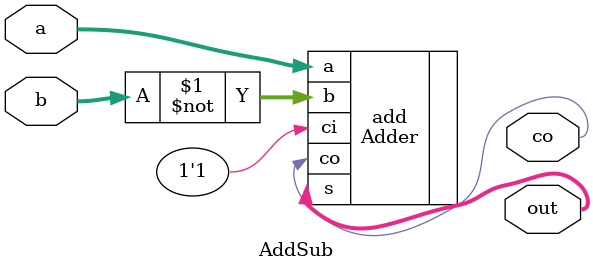
<source format=v>



module AddSub(
    input                   [31 : 0]        a, b,
    output                  [31 : 0]        out,
    output                  [ 0 : 0]        co
    );
    Adder add (
        .a      (a),
        .b      (~b),
        .ci     (1'b1),
        .s      (out),
        .co     (co)
    );
endmodule

</source>
